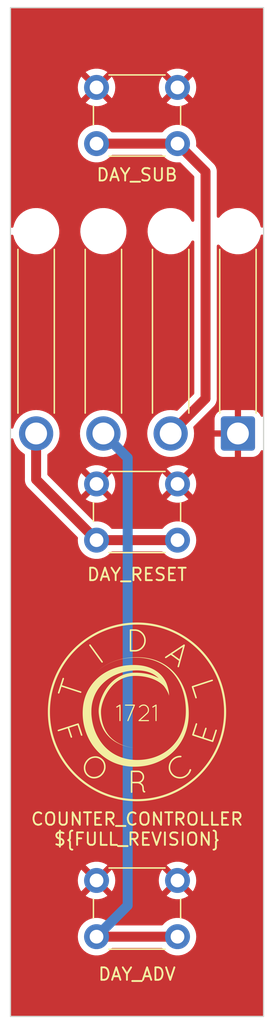
<source format=kicad_pcb>
(kicad_pcb (version 20221018) (generator pcbnew)
  (layers (0 "F.Cu" signal) (31 "B.Cu" signal) (34 "B.Paste" user) (35 "F.Paste" user) (36 "B.SilkS" user "B.Silkscreen") (37 "F.SilkS" user "F.Silkscreen") (38 "B.Mask" user) (39 "F.Mask" user) (44 "Edge.Cuts" user))
  (net 0 "")
  (net 1 "+5V")
  (net 2 "Net-(J101-Pin_2)")
  (net 3 "Net-(J101-Pin_3)")
  (net 4 "Net-(J101-Pin_4)")
  (footprint "Button_Switch_THT:SW_PUSH_6mm_H5mm" (layer "F.Cu") (at -3.25 29.5)
    (fp_text reference "SW102" hide)
    (fp_text value "DAY_ADV" (at 3.25 7.5) (layer "F.SilkS" knockout))
    (pad "1" thru_hole circle (at 0 0 90) (size 2 2) (drill 1.1) (layers "*.Cu" "*.Mask") (net 1 "+5V"))
    (pad "1" thru_hole circle (at 6.5 0 90) (size 2 2) (drill 1.1) (layers "*.Cu" "*.Mask") (net 1 "+5V"))
    (pad "2" thru_hole circle (at 0 4.5 90) (size 2 2) (drill 1.1) (layers "*.Cu" "*.Mask") (net 3 "Net-(J101-Pin_3)"))
    (pad "2" thru_hole circle (at 6.5 4.5 90) (size 2 2) (drill 1.1) (layers "*.Cu" "*.Mask") (net 3 "Net-(J101-Pin_3)"))
  )
  (footprint "KenwoodFox:TIDAL_FORCE_LOGO" (layer "F.Cu") (at 0 16)
    (fp_text reference "G***" hide)
    (fp_text value "LOGO" hide)
  )
  (footprint "Button_Switch_THT:SW_PUSH_6mm_H5mm" (layer "F.Cu") (at -3.25 -34)
    (fp_text reference "SW103" hide)
    (fp_text value "DAY_SUB" (at 3.25 7) (layer "F.SilkS" knockout))
    (pad "1" thru_hole circle (at 0 0 90) (size 2 2) (drill 1.1) (layers "*.Cu" "*.Mask") (net 1 "+5V"))
    (pad "1" thru_hole circle (at 6.5 0 90) (size 2 2) (drill 1.1) (layers "*.Cu" "*.Mask") (net 1 "+5V"))
    (pad "2" thru_hole circle (at 0 4.5 90) (size 2 2) (drill 1.1) (layers "*.Cu" "*.Mask") (net 2 "Net-(J101-Pin_2)"))
    (pad "2" thru_hole circle (at 6.5 4.5 90) (size 2 2) (drill 1.1) (layers "*.Cu" "*.Mask") (net 2 "Net-(J101-Pin_2)"))
  )
  (footprint "Button_Switch_THT:SW_PUSH_6mm_H5mm" (layer "F.Cu") (at -3.25 -2.25)
    (fp_text reference "SW101" hide)
    (fp_text value "DAY_RESET" (at 3.25 7.25) (layer "F.SilkS" knockout))
    (pad "1" thru_hole circle (at 0 0 90) (size 2 2) (drill 1.1) (layers "*.Cu" "*.Mask") (net 1 "+5V"))
    (pad "1" thru_hole circle (at 6.5 0 90) (size 2 2) (drill 1.1) (layers "*.Cu" "*.Mask") (net 1 "+5V"))
    (pad "2" thru_hole circle (at 0 4.5 90) (size 2 2) (drill 1.1) (layers "*.Cu" "*.Mask") (net 4 "Net-(J101-Pin_4)"))
    (pad "2" thru_hole circle (at 6.5 4.5 90) (size 2 2) (drill 1.1) (layers "*.Cu" "*.Mask") (net 4 "Net-(J101-Pin_4)"))
  )
  (footprint "Connector_Wire:SolderWire-1sqmm_1x04_P5.4mm_D1.4mm_OD2.7mm_Relief" (layer "F.Cu") (at 8.1 -6.29 180)
    (fp_text reference "J101" hide)
    (fp_text value "Conn_01x04")
    (pad "" np_thru_hole circle (at 0 16.2 180) (size 3.2 3.2) (drill 3.2) (layers "*.Cu" "*.Mask"))
    (pad "" np_thru_hole circle (at 5.4 16.2 180) (size 3.2 3.2) (drill 3.2) (layers "*.Cu" "*.Mask"))
    (pad "" np_thru_hole circle (at 10.8 16.2 180) (size 3.2 3.2) (drill 3.2) (layers "*.Cu" "*.Mask"))
    (pad "" np_thru_hole circle (at 16.2 16.2 180) (size 3.2 3.2) (drill 3.2) (layers "*.Cu" "*.Mask"))
    (pad "1" thru_hole roundrect (at 0 0 180) (size 2.75 2.75) (drill 1.75) (layers "*.Cu" "*.Mask") (roundrect_rratio 0.090909) (net 1 "+5V"))
    (pad "2" thru_hole circle (at 5.4 0 180) (size 2.75 2.75) (drill 1.75) (layers "*.Cu" "*.Mask") (net 2 "Net-(J101-Pin_2)"))
    (pad "3" thru_hole circle (at 10.8 0 180) (size 2.75 2.75) (drill 1.75) (layers "*.Cu" "*.Mask") (net 3 "Net-(J101-Pin_3)"))
    (pad "4" thru_hole circle (at 16.2 0 180) (size 2.75 2.75) (drill 1.75) (layers "*.Cu" "*.Mask") (net 4 "Net-(J101-Pin_4)"))
  )
  (gr_rect (start -10.16 -40.386) (end 10.16 40.386) (stroke (width 0.1)) (fill none) (layer "Edge.Cuts"))
  (gr_text "COUNTER_CONTROLLER\n${FULL_REVISION}" (at 0 24) (layer "F.SilkS") (effects (font (size 1 1)) (justify top)))
  (segment (start 5.5 -9.09) (end 2.7 -6.29) (width 0.8) (layer "F.Cu") (net 2))
  (segment (start 3.25 -29.5) (end 5.5 -27.25) (width 0.8) (layer "F.Cu") (net 2))
  (segment (start 5.5 -27.25) (end 5.5 -9.09) (width 0.8) (layer "F.Cu") (net 2))
  (segment (start -3.25 -29.5) (end 3.25 -29.5) (width 0.8) (layer "F.Cu") (net 2))
  (segment (start -3.25 34) (end 3.25 34) (width 0.8) (layer "F.Cu") (net 3))
  (segment (start -3.25 34) (end -0.75 31.5) (width 0.8) (layer "B.Cu") (net 3))
  (segment (start -0.75 -4.34) (end -2.7 -6.29) (width 0.8) (layer "B.Cu") (net 3))
  (segment (start -0.75 31.5) (end -0.75 -4.34) (width 0.8) (layer "B.Cu") (net 3))
  (segment (start -8.1 -2.6) (end -8.1 -6.29) (width 0.8) (layer "F.Cu") (net 4))
  (segment (start -3.25 2.25) (end -8.1 -2.6) (width 0.8) (layer "F.Cu") (net 4))
  (segment (start -3.25 2.25) (end 3.25 2.25) (width 0.8) (layer "F.Cu") (net 4))
  (zone (net 1) (net_name "+5V") (layer "F.Cu") (connect_pads (clearance 0.5)) (min_thickness 0.25) (fill yes (thermal_gap 0.5) (thermal_bridge_width 0.5))
    (polygon (pts (xy 11 -41) (xy -11 -41) (xy -11 41) (xy 11 41)))
  )
)
</source>
